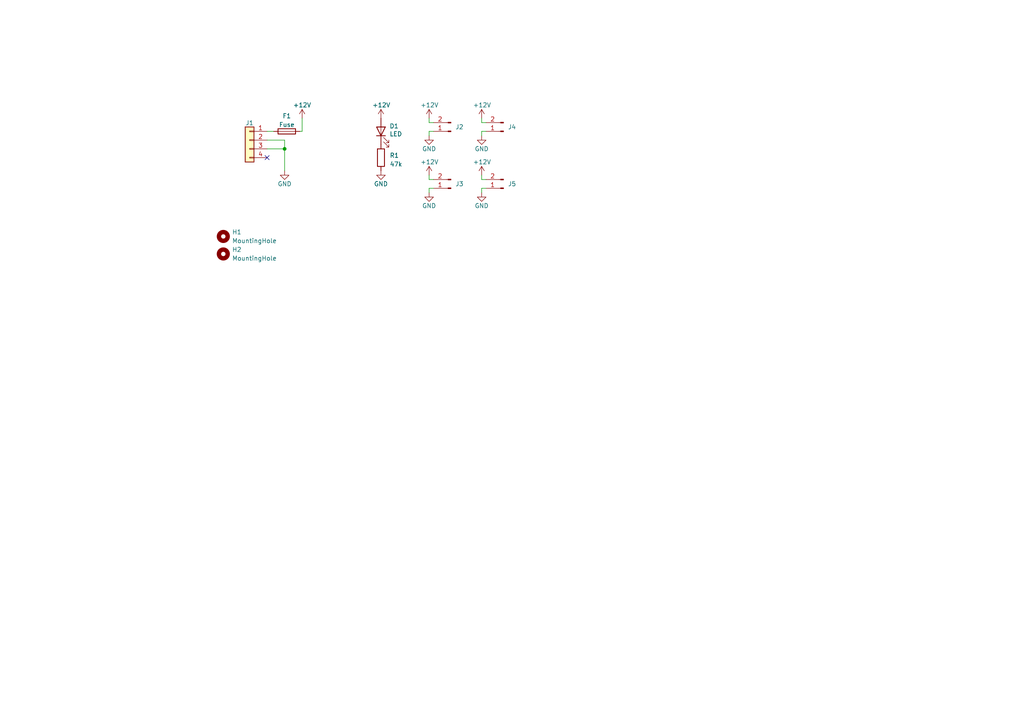
<source format=kicad_sch>
(kicad_sch (version 20231120) (generator "eeschema") (generator_version "8.0")
  (paper "A4")
  (lib_symbols
    (symbol "Connector:Conn_01x02_Pin" (pin_names (offset 1.016) hide)
      (property "Reference" "J" (at 0 2.54 0))
      (property "Value" "Conn_01x02_Pin" (at 0 -5.08 0))
      (symbol "Conn_01x02_Pin_1_1"
        (polyline (pts (xy 1.27 -2.54) (xy 0.8636 -2.54)) (stroke (width 0.1524)))
        (polyline (pts (xy 1.27 0) (xy 0.8636 0)) (stroke (width 0.1524)))
        (rectangle (start 0.8636 -2.413) (end 0 -2.667) (stroke (width 0.1524)) (fill (type outline)))
        (rectangle (start 0.8636 0.127) (end 0 -0.127) (stroke (width 0.1524)) (fill (type outline)))
        (pin passive line (at 5.08 0 180) (length 3.81) (name "Pin_1") (number "1"))
        (pin passive line (at 5.08 -2.54 180) (length 3.81) (name "Pin_2") (number "2"))
      )
    )
    (symbol "Connector_Generic:Conn_01x04" (pin_names (offset 1.016) hide)
      (property "Reference" "J" (at 0 5.08 0))
      (property "Value" "Conn_01x04" (at 0 -7.62 0))
      (symbol "Conn_01x04_1_1"
        (rectangle (start -1.27 -4.953) (end 0 -5.207) (stroke (width 0.1524)))
        (rectangle (start -1.27 -2.413) (end 0 -2.667) (stroke (width 0.1524)))
        (rectangle (start -1.27 0.127) (end 0 -0.127) (stroke (width 0.1524)))
        (rectangle (start -1.27 2.667) (end 0 2.413) (stroke (width 0.1524)))
        (rectangle (start -1.27 3.81) (end 1.27 -6.35) (stroke (width 0.254)) (fill (type background)))
        (pin passive line (at -5.08 2.54 0) (length 3.81) (name "Pin_1") (number "1"))
        (pin passive line (at -5.08 0 0) (length 3.81) (name "Pin_2") (number "2"))
        (pin passive line (at -5.08 -2.54 0) (length 3.81) (name "Pin_3") (number "3"))
        (pin passive line (at -5.08 -5.08 0) (length 3.81) (name "Pin_4") (number "4"))
      )
    )
    (symbol "Device:Fuse" (pin_numbers hide) (pin_names (offset 0))
      (property "Reference" "F" (at 2.032 0 90))
      (property "Value" "Fuse" (at -1.905 0 90))
      (symbol "Fuse_0_1"
        (rectangle (start -0.762 -2.54) (end 0.762 2.54) (stroke (width 0.254)))
        (polyline (pts (xy 0 2.54) (xy 0 -2.54)))
      )
      (symbol "Fuse_1_1"
        (pin passive line (at 0 3.81 270) (length 1.27) (name "~") (number "1"))
        (pin passive line (at 0 -3.81 90) (length 1.27) (name "~") (number "2"))
      )
    )
    (symbol "Device:LED" (pin_numbers hide) (pin_names (offset 1.016) hide)
      (property "Reference" "D" (at 0 2.54 0))
      (property "Value" "LED" (at 0 -2.54 0))
      (symbol "LED_0_1"
        (polyline (pts (xy -1.27 -1.27) (xy -1.27 1.27)) (stroke (width 0.254)))
        (polyline (pts (xy -1.27 0) (xy 1.27 0)))
        (polyline (pts (xy 1.27 -1.27) (xy 1.27 1.27) (xy -1.27 0) (xy 1.27 -1.27)) (stroke (width 0.254)))
        (polyline (pts (xy -3.048 -0.762) (xy -4.572 -2.286) (xy -3.81 -2.286) (xy -4.572 -2.286) (xy -4.572 -1.524)))
        (polyline (pts (xy -1.778 -0.762) (xy -3.302 -2.286) (xy -2.54 -2.286) (xy -3.302 -2.286) (xy -3.302 -1.524)))
      )
      (symbol "LED_1_1"
        (pin passive line (at -3.81 0 0) (length 2.54) (name "K") (number "1"))
        (pin passive line (at 3.81 0 180) (length 2.54) (name "A") (number "2"))
      )
    )
    (symbol "Device:R" (pin_numbers hide) (pin_names (offset 0))
      (property "Reference" "R" (at 2.032 0 90))
      (property "Value" "R" (at 0 0 90))
      (symbol "R_0_1"
        (rectangle (start -1.016 -2.54) (end 1.016 2.54) (stroke (width 0.254)))
      )
      (symbol "R_1_1"
        (pin passive line (at 0 3.81 270) (length 1.27) (name "~") (number "1"))
        (pin passive line (at 0 -3.81 90) (length 1.27) (name "~") (number "2"))
      )
    )
    (symbol "Mechanical:MountingHole" (pin_names (offset 1.016)) (exclude_from_sim yes) (in_bom no)
      (property "Reference" "H" (at 0 5.08 0))
      (property "Value" "MountingHole" (at 0 3.175 0))
      (symbol "MountingHole_0_1"
        (circle (center 0 0) (radius 1.27) (stroke (width 1.27)))
      )
    )
    (symbol "power:+12V" (power) (pin_names (offset 0))
      (property "Value" "+12V" (at 0 3.556 0))
      (symbol "+12V_0_1"
        (polyline (pts (xy -0.762 1.27) (xy 0 2.54)))
        (polyline (pts (xy 0 0) (xy 0 2.54)))
        (polyline (pts (xy 0 2.54) (xy 0.762 1.27)))
      )
      (symbol "+12V_1_1"
        (pin power_in line (at 0 0 90) (length 0) hide (name "+12V") (number "1"))
      )
    )
    (symbol "power:GND" (power) (pin_names (offset 0))
      (property "Value" "GND" (at 0 -3.81 0))
      (symbol "GND_0_1"
        (polyline (pts (xy 0 0) (xy 0 -1.27) (xy 1.27 -1.27) (xy 0 -2.54) (xy -1.27 -1.27) (xy 0 -1.27)))
      )
      (symbol "GND_1_1"
        (pin power_in line (at 0 0 270) (length 0) hide (name "GND") (number "1"))
      )
    )
  )
  (junction (at 82.55 43.18))
  (no_connect (at 77.47 45.72))
  (wire (pts (xy 139.7 39.37) (xy 139.7 38.1)))
  (wire (pts (xy 124.46 39.37) (xy 124.46 38.1)))
  (wire (pts (xy 124.46 52.07) (xy 124.46 50.8)))
  (wire (pts (xy 140.97 52.07) (xy 139.7 52.07)))
  (wire (pts (xy 125.73 52.07) (xy 124.46 52.07)))
  (wire (pts (xy 140.97 35.56) (xy 139.7 35.56)))
  (wire (pts (xy 86.995 38.1) (xy 87.63 38.1)))
  (wire (pts (xy 124.46 35.56) (xy 124.46 34.29)))
  (wire (pts (xy 82.55 49.53) (xy 82.55 43.18)))
  (wire (pts (xy 124.46 55.88) (xy 124.46 54.61)))
  (wire (pts (xy 87.63 34.29) (xy 87.63 38.1)))
  (wire (pts (xy 77.47 40.64) (xy 82.55 40.64)))
  (wire (pts (xy 139.7 52.07) (xy 139.7 50.8)))
  (wire (pts (xy 77.47 38.1) (xy 79.375 38.1)))
  (wire (pts (xy 77.47 43.18) (xy 82.55 43.18)))
  (wire (pts (xy 124.46 38.1) (xy 125.73 38.1)))
  (wire (pts (xy 139.7 35.56) (xy 139.7 34.29)))
  (wire (pts (xy 139.7 54.61) (xy 140.97 54.61)))
  (wire (pts (xy 139.7 38.1) (xy 140.97 38.1)))
  (wire (pts (xy 139.7 55.88) (xy 139.7 54.61)))
  (wire (pts (xy 125.73 35.56) (xy 124.46 35.56)))
  (wire (pts (xy 124.46 54.61) (xy 125.73 54.61)))
  (wire (pts (xy 82.55 40.64) (xy 82.55 43.18)))
  (symbol (lib_id "Connector:Conn_01x02_Pin") (at 146.05 54.61 180) (unit 1)
    (property "Reference" "J5" (at 147.32 53.3399 0) (effects (justify right)))
    (property "Value" "Conn_01x02_Pin" (effects (hide yes)))
    (property "Footprint" "Connector_Molex:Molex_KK-254_AE-6410-02A_1x02_P2.54mm_Vertical" (effects (hide yes)))
    (property "Description" "Generic connector, single row, 01x02, script generated" (effects (hide yes)))
  )
  (symbol (lib_id "power:GND") (at 139.7 55.88 0) (unit 1)
    (property "Reference" "#PWR012" (effects (hide yes)))
    (property "Value" "GND" (at 139.7 59.69 0))
  )
  (symbol (lib_id "power:GND") (at 110.49 49.53 0) (unit 1)
    (property "Reference" "#PWR04" (effects (hide yes)))
    (property "Value" "GND" (at 110.49 53.34 0))
  )
  (symbol (lib_id "Mechanical:MountingHole") (at 64.77 73.66 0) (unit 1) (exclude_from_sim yes) (in_bom no)
    (property "Reference" "H2" (at 67.31 72.3899 0) (effects (justify left)))
    (property "Value" "MountingHole" (at 67.31 74.9299 0) (effects (justify left)))
    (property "Footprint" "MountingHole:MountingHole_4.3mm_M4" (effects (hide yes)))
    (property "Description" "Mounting Hole without connection" (effects (hide yes)))
  )
  (symbol (lib_id "Device:Fuse") (at 83.185 38.1 90) (unit 1)
    (property "Reference" "F1" (at 83.185 33.6382 90))
    (property "Value" "Fuse" (at 83.185 36.1751 90))
    (property "Footprint" "Custom_parts:Fuse holder Keystone 3557-2" (effects (hide yes)))
  )
  (symbol (lib_id "power:+12V") (at 87.63 34.29 0) (unit 1)
    (property "Reference" "#PWR02" (effects (hide yes)))
    (property "Value" "+12V" (at 87.63 30.48 0))
  )
  (symbol (lib_id "Connector_Generic:Conn_01x04") (at 72.39 40.64 0) (mirror y) (unit 1)
    (property "Reference" "J1" (at 72.39 35.6672 0))
    (property "Value" "Conn_01x04" (effects (hide yes)))
    (property "Footprint" "Connector_TE-Connectivity:TE_MATE-N-LOK_350211-1_1x04_P5.08mm_Vertical" (effects (hide yes)))
  )
  (symbol (lib_id "power:GND") (at 139.7 39.37 0) (unit 1)
    (property "Reference" "#PWR010" (effects (hide yes)))
    (property "Value" "GND" (at 139.7 43.18 0))
  )
  (symbol (lib_id "Mechanical:MountingHole") (at 64.77 68.58 0) (unit 1) (exclude_from_sim yes) (in_bom no)
    (property "Reference" "H1" (at 67.31 67.3099 0) (effects (justify left)))
    (property "Value" "MountingHole" (at 67.31 69.8499 0) (effects (justify left)))
    (property "Footprint" "MountingHole:MountingHole_4.3mm_M4" (effects (hide yes)))
    (property "Description" "Mounting Hole without connection" (effects (hide yes)))
  )
  (symbol (lib_id "power:+12V") (at 139.7 34.29 0) (unit 1)
    (property "Reference" "#PWR09" (effects (hide yes)))
    (property "Value" "+12V" (at 137.16 30.48 0) (effects (justify left)))
  )
  (symbol (lib_id "power:GND") (at 124.46 39.37 0) (unit 1)
    (property "Reference" "#PWR06" (effects (hide yes)))
    (property "Value" "GND" (at 124.46 43.18 0))
  )
  (symbol (lib_id "Connector:Conn_01x02_Pin") (at 130.81 54.61 180) (unit 1)
    (property "Reference" "J3" (at 132.08 53.3399 0) (effects (justify right)))
    (property "Value" "Conn_01x02_Pin" (effects (hide yes)))
    (property "Footprint" "Connector_Molex:Molex_KK-254_AE-6410-02A_1x02_P2.54mm_Vertical" (effects (hide yes)))
    (property "Description" "Generic connector, single row, 01x02, script generated" (effects (hide yes)))
  )
  (symbol (lib_id "Connector:Conn_01x02_Pin") (at 146.05 38.1 180) (unit 1)
    (property "Reference" "J4" (at 147.32 36.8299 0) (effects (justify right)))
    (property "Value" "Conn_01x02_Pin" (effects (hide yes)))
    (property "Footprint" "Connector_Molex:Molex_KK-254_AE-6410-02A_1x02_P2.54mm_Vertical" (effects (hide yes)))
    (property "Description" "Generic connector, single row, 01x02, script generated" (effects (hide yes)))
  )
  (symbol (lib_id "power:+12V") (at 110.49 34.29 0) (unit 1)
    (property "Reference" "#PWR03" (effects (hide yes)))
    (property "Value" "+12V" (at 107.95 30.48 0) (effects (justify left)))
  )
  (symbol (lib_id "power:GND") (at 82.55 49.53 0) (unit 1)
    (property "Reference" "#PWR01" (effects (hide yes)))
    (property "Value" "GND" (at 82.55 53.34 0))
  )
  (symbol (lib_id "power:+12V") (at 139.7 50.8 0) (unit 1)
    (property "Reference" "#PWR011" (effects (hide yes)))
    (property "Value" "+12V" (at 137.16 46.99 0) (effects (justify left)))
  )
  (symbol (lib_id "power:+12V") (at 124.46 34.29 0) (unit 1)
    (property "Reference" "#PWR05" (effects (hide yes)))
    (property "Value" "+12V" (at 121.92 30.48 0) (effects (justify left)))
  )
  (symbol (lib_id "Device:LED") (at 110.49 38.1 90) (unit 1)
    (property "Reference" "D1" (at 114.3 36.576 90))
    (property "Value" "LED" (at 114.808 38.862 90))
    (property "Footprint" "LED_THT:LED_D3.0mm" (effects (hide yes)))
  )
  (symbol (lib_id "Connector:Conn_01x02_Pin") (at 130.81 38.1 180) (unit 1)
    (property "Reference" "J2" (at 132.08 36.8299 0) (effects (justify right)))
    (property "Value" "Conn_01x02_Pin" (effects (hide yes)))
    (property "Footprint" "Connector_Molex:Molex_KK-254_AE-6410-02A_1x02_P2.54mm_Vertical" (effects (hide yes)))
    (property "Description" "Generic connector, single row, 01x02, script generated" (effects (hide yes)))
  )
  (symbol (lib_id "Device:R") (at 110.49 45.72 0) (mirror y) (unit 1)
    (property "Reference" "R1" (at 113.03 45.085 0) (effects (justify right)))
    (property "Value" "47k" (at 113.03 47.625 0) (effects (justify right)))
    (property "Footprint" "Resistor_THT:R_Axial_DIN0207_L6.3mm_D2.5mm_P10.16mm_Horizontal" (effects (hide yes)))
  )
  (symbol (lib_id "power:+12V") (at 124.46 50.8 0) (unit 1)
    (property "Reference" "#PWR07" (effects (hide yes)))
    (property "Value" "+12V" (at 121.92 46.99 0) (effects (justify left)))
  )
  (symbol (lib_id "power:GND") (at 124.46 55.88 0) (unit 1)
    (property "Reference" "#PWR08" (effects (hide yes)))
    (property "Value" "GND" (at 124.46 59.69 0))
  )
)
</source>
